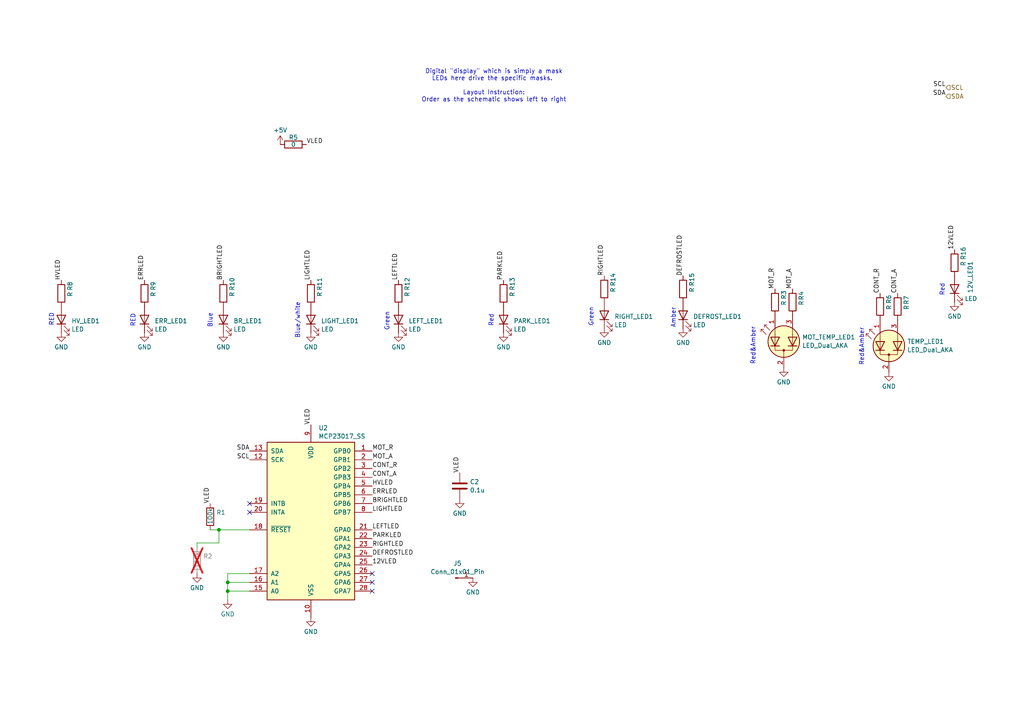
<source format=kicad_sch>
(kicad_sch (version 20231120) (generator "eeschema") (generator_version "8.0")
  (paper "A4")
  (lib_symbols
    (symbol "Connector:Conn_01x01_Pin" (pin_names (offset 1.016) hide)
      (property "Reference" "J" (at 0 2.54 0))
      (property "Value" "Conn_01x01_Pin" (at 0 -2.54 0))
      (symbol "Conn_01x01_Pin_1_1"
        (polyline (pts (xy 1.27 0) (xy 0.8636 0)) (stroke (width 0.1524)))
        (rectangle (start 0.8636 0.127) (end 0 -0.127) (stroke (width 0.1524)) (fill (type outline)))
        (pin passive line (at 5.08 0 180) (length 3.81) (name "Pin_1") (number "1"))
      )
    )
    (symbol "Device:C" (pin_numbers hide) (pin_names (offset 0.254))
      (property "Reference" "C" (at 0.635 2.54 0))
      (property "Value" "C" (at 0.635 -2.54 0))
      (symbol "C_0_1"
        (polyline (pts (xy -2.032 -0.762) (xy 2.032 -0.762)) (stroke (width 0.508)))
        (polyline (pts (xy -2.032 0.762) (xy 2.032 0.762)) (stroke (width 0.508)))
      )
      (symbol "C_1_1"
        (pin passive line (at 0 3.81 270) (length 2.794) (name "~") (number "1"))
        (pin passive line (at 0 -3.81 90) (length 2.794) (name "~") (number "2"))
      )
    )
    (symbol "Device:LED" (pin_numbers hide) (pin_names (offset 1.016) hide)
      (property "Reference" "D" (at 0 2.54 0))
      (property "Value" "LED" (at 0 -2.54 0))
      (symbol "LED_0_1"
        (polyline (pts (xy -1.27 -1.27) (xy -1.27 1.27)) (stroke (width 0.254)))
        (polyline (pts (xy -1.27 0) (xy 1.27 0)))
        (polyline (pts (xy 1.27 -1.27) (xy 1.27 1.27) (xy -1.27 0) (xy 1.27 -1.27)) (stroke (width 0.254)))
        (polyline (pts (xy -3.048 -0.762) (xy -4.572 -2.286) (xy -3.81 -2.286) (xy -4.572 -2.286) (xy -4.572 -1.524)))
        (polyline (pts (xy -1.778 -0.762) (xy -3.302 -2.286) (xy -2.54 -2.286) (xy -3.302 -2.286) (xy -3.302 -1.524)))
      )
      (symbol "LED_1_1"
        (pin passive line (at -3.81 0 0) (length 2.54) (name "K") (number "1"))
        (pin passive line (at 3.81 0 180) (length 2.54) (name "A") (number "2"))
      )
    )
    (symbol "Device:LED_Dual_AKA" (pin_names (offset 0) hide)
      (property "Reference" "D" (at 0 5.715 0))
      (property "Value" "LED_Dual_AKA" (at 0 -6.35 0))
      (symbol "LED_Dual_AKA_0_1"
        (circle (center -2.54 0) (radius 0.2794) (fill (type outline)))
        (polyline (pts (xy -4.572 0) (xy -2.54 0)))
        (polyline (pts (xy -1.27 -1.27) (xy -1.27 -3.81)) (stroke (width 0.254)))
        (polyline (pts (xy -1.27 1.27) (xy -1.27 3.81)) (stroke (width 0.254)))
        (polyline (pts (xy 3.81 -2.54) (xy 1.905 -2.54)))
        (polyline (pts (xy 3.81 2.54) (xy 1.905 2.54)))
        (polyline (pts (xy 1.27 -3.81) (xy 1.27 -1.27) (xy -1.27 -2.54) (xy 1.27 -3.81)) (stroke (width 0.254)))
        (polyline (pts (xy 1.27 1.27) (xy 1.27 3.81) (xy -1.27 2.54) (xy 1.27 1.27)) (stroke (width 0.254)))
        (polyline (pts (xy 2.032 2.54) (xy -2.54 2.54) (xy -2.54 -2.54) (xy 2.032 -2.54)))
        (polyline (pts (xy 2.032 5.08) (xy 3.556 6.604) (xy 2.794 6.604) (xy 3.556 6.604) (xy 3.556 5.842)))
        (polyline (pts (xy 3.302 4.064) (xy 4.826 5.588) (xy 4.064 5.588) (xy 4.826 5.588) (xy 4.826 4.826)))
        (circle (center 0 0) (radius 4.572) (stroke (width 0.254)) (fill (type background)))
      )
      (symbol "LED_Dual_AKA_1_1"
        (pin input line (at 7.62 2.54 180) (length 3.81) (name "A1") (number "1"))
        (pin input line (at -7.62 0 0) (length 3.048) (name "K") (number "2"))
        (pin input line (at 7.62 -2.54 180) (length 3.81) (name "A2") (number "3"))
      )
    )
    (symbol "Device:R" (pin_numbers hide) (pin_names (offset 0))
      (property "Reference" "R" (at 2.032 0 90))
      (property "Value" "R" (at 0 0 90))
      (symbol "R_0_1"
        (rectangle (start -1.016 -2.54) (end 1.016 2.54) (stroke (width 0.254)))
      )
      (symbol "R_1_1"
        (pin passive line (at 0 3.81 270) (length 1.27) (name "~") (number "1"))
        (pin passive line (at 0 -3.81 90) (length 1.27) (name "~") (number "2"))
      )
    )
    (symbol "Interface_Expansion:MCP23017_SS" (pin_names (offset 1.016))
      (property "Reference" "U" (at -11.43 24.13 0))
      (property "Value" "MCP23017_SS" (at 0 0 0))
      (symbol "MCP23017_SS_0_1"
        (rectangle (start -12.7 22.86) (end 12.7 -22.86) (stroke (width 0.254)) (fill (type background)))
      )
      (symbol "MCP23017_SS_1_1"
        (pin bidirectional line (at 17.78 20.32 180) (length 5.08) (name "GPB0") (number "1"))
        (pin power_in line (at 0 -27.94 90) (length 5.08) (name "VSS") (number "10"))
        (pin no_connect line (at -12.7 15.24 0) (length 5.08) hide (name "NC") (number "11"))
        (pin input line (at -17.78 17.78 0) (length 5.08) (name "SCK") (number "12"))
        (pin bidirectional line (at -17.78 20.32 0) (length 5.08) (name "SDA") (number "13"))
        (pin no_connect line (at -12.7 12.7 0) (length 5.08) hide (name "NC") (number "14"))
        (pin input line (at -17.78 -20.32 0) (length 5.08) (name "A0") (number "15"))
        (pin input line (at -17.78 -17.78 0) (length 5.08) (name "A1") (number "16"))
        (pin input line (at -17.78 -15.24 0) (length 5.08) (name "A2") (number "17"))
        (pin input line (at -17.78 -2.54 0) (length 5.08) (name "~{RESET}") (number "18"))
        (pin tri_state line (at -17.78 5.08 0) (length 5.08) (name "INTB") (number "19"))
        (pin bidirectional line (at 17.78 17.78 180) (length 5.08) (name "GPB1") (number "2"))
        (pin tri_state line (at -17.78 2.54 0) (length 5.08) (name "INTA") (number "20"))
        (pin bidirectional line (at 17.78 -2.54 180) (length 5.08) (name "GPA0") (number "21"))
        (pin bidirectional line (at 17.78 -5.08 180) (length 5.08) (name "GPA1") (number "22"))
        (pin bidirectional line (at 17.78 -7.62 180) (length 5.08) (name "GPA2") (number "23"))
        (pin bidirectional line (at 17.78 -10.16 180) (length 5.08) (name "GPA3") (number "24"))
        (pin bidirectional line (at 17.78 -12.7 180) (length 5.08) (name "GPA4") (number "25"))
        (pin bidirectional line (at 17.78 -15.24 180) (length 5.08) (name "GPA5") (number "26"))
        (pin bidirectional line (at 17.78 -17.78 180) (length 5.08) (name "GPA6") (number "27"))
        (pin bidirectional line (at 17.78 -20.32 180) (length 5.08) (name "GPA7") (number "28"))
        (pin bidirectional line (at 17.78 15.24 180) (length 5.08) (name "GPB2") (number "3"))
        (pin bidirectional line (at 17.78 12.7 180) (length 5.08) (name "GPB3") (number "4"))
        (pin bidirectional line (at 17.78 10.16 180) (length 5.08) (name "GPB4") (number "5"))
        (pin bidirectional line (at 17.78 7.62 180) (length 5.08) (name "GPB5") (number "6"))
        (pin bidirectional line (at 17.78 5.08 180) (length 5.08) (name "GPB6") (number "7"))
        (pin bidirectional line (at 17.78 2.54 180) (length 5.08) (name "GPB7") (number "8"))
        (pin power_in line (at 0 27.94 270) (length 5.08) (name "VDD") (number "9"))
      )
    )
    (symbol "power:+5V" (power) (pin_numbers hide) (pin_names (offset 0) hide)
      (property "Value" "+5V" (at 0 3.556 0))
      (symbol "+5V_0_1"
        (polyline (pts (xy -0.762 1.27) (xy 0 2.54)))
        (polyline (pts (xy 0 0) (xy 0 2.54)))
        (polyline (pts (xy 0 2.54) (xy 0.762 1.27)))
      )
      (symbol "+5V_1_1"
        (pin power_in line (at 0 0 90) (length 0) (name "~") (number "1"))
      )
    )
    (symbol "power:GND" (power) (pin_numbers hide) (pin_names (offset 0) hide)
      (property "Value" "GND" (at 0 -3.81 0))
      (symbol "GND_0_1"
        (polyline (pts (xy 0 0) (xy 0 -1.27) (xy 1.27 -1.27) (xy 0 -2.54) (xy -1.27 -1.27) (xy 0 -1.27)))
      )
      (symbol "GND_1_1"
        (pin power_in line (at 0 0 270) (length 0) (name "~") (number "1"))
      )
    )
  )
  (junction (at 66.04 168.91))
  (junction (at 63.5 153.67))
  (junction (at 66.04 171.45))
  (no_connect (at 72.39 148.59))
  (no_connect (at 107.95 166.37))
  (no_connect (at 72.39 146.05))
  (no_connect (at 107.95 168.91))
  (no_connect (at 107.95 171.45))
  (wire (pts (xy 60.96 153.67) (xy 63.5 153.67)))
  (wire (pts (xy 66.04 168.91) (xy 66.04 166.37)))
  (wire (pts (xy 63.5 153.67) (xy 72.39 153.67)))
  (wire (pts (xy 66.04 171.45) (xy 72.39 171.45)))
  (wire (pts (xy 66.04 166.37) (xy 72.39 166.37)))
  (wire (pts (xy 66.04 173.99) (xy 66.04 171.45)))
  (wire (pts (xy 57.15 157.48) (xy 63.5 157.48)))
  (wire (pts (xy 57.15 158.75) (xy 57.15 157.48)))
  (wire (pts (xy 66.04 171.45) (xy 66.04 168.91)))
  (wire (pts (xy 63.5 157.48) (xy 63.5 153.67)))
  (wire (pts (xy 66.04 168.91) (xy 72.39 168.91)))
  (text "Digital \"display\" which is simply a mask\nLEDs here drive the specific masks. \n\nLayout Instruction:\nOrder as the schematic shows left to right" (at 143.256 24.892 0) (effects (font (size 1.27 1.27))))
  (text "Red" (at 273.304 84.074 90) (effects (font (size 1.27 1.27))))
  (text "Blue/white" (at 86.36 92.964 90) (effects (font (size 1.27 1.27))))
  (text "Amber" (at 195.326 92.202 90) (effects (font (size 1.27 1.27))))
  (text "Red" (at 142.494 92.964 90) (effects (font (size 1.27 1.27))))
  (text "Red&Amber" (at 218.44 100.33 90) (effects (font (size 1.27 1.27))))
  (text "Green" (at 112.268 93.218 90) (effects (font (size 1.27 1.27))))
  (text "Red&Amber" (at 249.936 100.584 90) (effects (font (size 1.27 1.27))))
  (text "Green" (at 171.45 91.948 90) (effects (font (size 1.27 1.27))))
  (text "RED" (at 14.986 92.71 90) (effects (font (size 1.27 1.27))))
  (text "RED" (at 38.608 92.964 90) (effects (font (size 1.27 1.27))))
  (text "Blue" (at 60.96 92.964 90) (effects (font (size 1.27 1.27))))
  (label "DEFROSTLED" (at 107.95 161.29 0))
  (label "SDA" (at 72.39 130.81 180))
  (label "LEFTLED" (at 107.95 153.67 0))
  (label "ERRLED" (at 41.91 81.28 90))
  (label "ERRLED" (at 107.95 143.51 0))
  (label "SDA" (at 274.32 27.94 180))
  (label "LIGHTLED" (at 90.17 81.28 90))
  (label "VLED" (at 60.96 146.05 90))
  (label "CONT_R" (at 107.95 135.89 0))
  (label "12VLED" (at 276.86 72.39 90))
  (label "CONT_R" (at 255.27 85.09 90))
  (label "VLED" (at 133.35 137.16 90))
  (label "HVLED" (at 17.78 81.28 90))
  (label "PARKLED" (at 146.05 81.28 90))
  (label "CONT_A" (at 107.95 138.43 0))
  (label "DEFROSTLED" (at 198.12 80.01 90))
  (label "VLED" (at 90.17 123.19 90))
  (label "RIGHTLED" (at 107.95 158.75 0))
  (label "HVLED" (at 107.95 140.97 0))
  (label "PARKLED" (at 107.95 156.21 0))
  (label "SCL" (at 72.39 133.35 180))
  (label "CONT_A" (at 260.35 85.09 90))
  (label "LIGHTLED" (at 107.95 148.59 0))
  (label "MOT_R" (at 107.95 130.81 0))
  (label "BRIGHTLED" (at 64.77 81.28 90))
  (label "SCL" (at 274.32 25.4 180))
  (label "12VLED" (at 107.95 163.83 0))
  (label "MOT_R" (at 224.79 83.82 90))
  (label "BRIGHTLED" (at 107.95 146.05 0))
  (label "VLED" (at 88.9 41.91 0))
  (label "MOT_A" (at 107.95 133.35 0))
  (label "LEFTLED" (at 115.57 81.28 90))
  (label "MOT_A" (at 229.87 83.82 90))
  (label "RIGHTLED" (at 175.26 80.01 90))
  (hierarchical_label "SDA" (shape input) (at 274.32 27.94 0))
  (hierarchical_label "SCL" (shape input) (at 274.32 25.4 0))
  (symbol (lib_id "Device:LED") (at 90.17 92.71 90) (unit 1)
    (property "Reference" "LIGHT_LED1" (at 93.091 93.0853 90) (effects (justify right)))
    (property "Value" "LED" (at 93.091 95.5096 90) (effects (justify right)))
    (property "Description" "Light emitting diode" (effects (hide yes)))
  )
  (symbol (lib_id "power:GND") (at 90.17 179.07 0) (unit 1)
    (property "Reference" "#PWR010" (effects (hide yes)))
    (property "Value" "GND" (at 90.17 183.2031 0))
    (property "Description" "Power symbol creates a global label with name \"GND\" , ground" (effects (hide yes)))
  )
  (symbol (lib_id "power:GND") (at 137.16 167.64 0) (unit 1)
    (property "Reference" "#PWR07" (effects (hide yes)))
    (property "Value" "GND" (at 137.16 171.7731 0))
    (property "Description" "Power symbol creates a global label with name \"GND\" , ground" (effects (hide yes)))
  )
  (symbol (lib_id "Device:R") (at 64.77 85.09 0) (unit 1)
    (property "Reference" "R10" (at 67.31 84.328 90) (effects (justify left)))
    (property "Value" "R" (at 67.31 86.106 90) (effects (justify left)))
    (property "Footprint" "Resistor_SMD:R_0402_1005Metric_Pad0.72x0.64mm_HandSolder" (effects (hide yes)))
    (property "Description" "Resistor" (effects (hide yes)))
  )
  (symbol (lib_id "Device:R") (at 198.12 83.82 0) (unit 1)
    (property "Reference" "R15" (at 200.66 83.058 90) (effects (justify left)))
    (property "Value" "R" (at 200.66 84.836 90) (effects (justify left)))
    (property "Footprint" "Resistor_SMD:R_0402_1005Metric_Pad0.72x0.64mm_HandSolder" (effects (hide yes)))
    (property "Description" "Resistor" (effects (hide yes)))
  )
  (symbol (lib_id "Device:LED") (at 17.78 92.71 90) (unit 1)
    (property "Reference" "HV_LED1" (at 20.701 93.0853 90) (effects (justify right)))
    (property "Value" "LED" (at 20.701 95.5096 90) (effects (justify right)))
    (property "Description" "Light emitting diode" (effects (hide yes)))
  )
  (symbol (lib_id "Device:R") (at 41.91 85.09 0) (unit 1)
    (property "Reference" "R9" (at 44.45 84.328 90) (effects (justify left)))
    (property "Value" "R" (at 44.45 86.106 90) (effects (justify left)))
    (property "Footprint" "Resistor_SMD:R_0402_1005Metric_Pad0.72x0.64mm_HandSolder" (effects (hide yes)))
    (property "Description" "Resistor" (effects (hide yes)))
  )
  (symbol (lib_id "Device:R") (at 146.05 85.09 0) (unit 1)
    (property "Reference" "R13" (at 148.59 84.328 90) (effects (justify left)))
    (property "Value" "R" (at 148.59 86.106 90) (effects (justify left)))
    (property "Footprint" "Resistor_SMD:R_0402_1005Metric_Pad0.72x0.64mm_HandSolder" (effects (hide yes)))
    (property "Description" "Resistor" (effects (hide yes)))
  )
  (symbol (lib_id "Device:R") (at 115.57 85.09 0) (unit 1)
    (property "Reference" "R12" (at 118.11 84.328 90) (effects (justify left)))
    (property "Value" "R" (at 118.11 86.106 90) (effects (justify left)))
    (property "Footprint" "Resistor_SMD:R_0402_1005Metric_Pad0.72x0.64mm_HandSolder" (effects (hide yes)))
    (property "Description" "Resistor" (effects (hide yes)))
  )
  (symbol (lib_id "Device:LED_Dual_AKA") (at 257.81 100.33 90) (unit 1)
    (property "Reference" "TEMP_LED1" (at 263.144 99.0543 90) (effects (justify right)))
    (property "Value" "LED_Dual_AKA" (at 263.144 101.4786 90) (effects (justify right)))
    (property "Description" "SSL-LX3059IYW" (effects (hide yes)))
  )
  (symbol (lib_id "power:GND") (at 57.15 166.37 0) (unit 1)
    (property "Reference" "#PWR012" (effects (hide yes)))
    (property "Value" "GND" (at 57.15 170.5031 0))
    (property "Description" "Power symbol creates a global label with name \"GND\" , ground" (effects (hide yes)))
  )
  (symbol (lib_id "Device:R") (at 260.35 88.9 0) (unit 1)
    (property "Reference" "R7" (at 262.89 88.392 90) (effects (justify left)))
    (property "Value" "R" (at 262.89 89.916 90) (effects (justify left)))
    (property "Footprint" "Resistor_SMD:R_0402_1005Metric_Pad0.72x0.64mm_HandSolder" (effects (hide yes)))
    (property "Description" "Resistor" (effects (hide yes)))
  )
  (symbol (lib_id "Device:LED") (at 198.12 91.44 90) (unit 1)
    (property "Reference" "DEFROST_LED1" (at 201.041 91.8153 90) (effects (justify right)))
    (property "Value" "LED" (at 201.041 94.2396 90) (effects (justify right)))
    (property "Description" "Light emitting diode" (effects (hide yes)))
  )
  (symbol (lib_id "power:GND") (at 66.04 173.99 0) (unit 1)
    (property "Reference" "#PWR09" (effects (hide yes)))
    (property "Value" "GND" (at 66.04 178.1231 0))
    (property "Description" "Power symbol creates a global label with name \"GND\" , ground" (effects (hide yes)))
  )
  (symbol (lib_id "Device:LED") (at 175.26 91.44 90) (unit 1)
    (property "Reference" "RIGHT_LED1" (at 178.181 91.8153 90) (effects (justify right)))
    (property "Value" "LED" (at 178.181 94.2396 90) (effects (justify right)))
    (property "Description" "Light emitting diode" (effects (hide yes)))
  )
  (symbol (lib_id "power:GND") (at 276.86 87.63 0) (unit 1)
    (property "Reference" "#PWR014" (effects (hide yes)))
    (property "Value" "GND" (at 276.86 91.7631 0))
    (property "Description" "Power symbol creates a global label with name \"GND\" , ground" (effects (hide yes)))
  )
  (symbol (lib_id "Device:LED_Dual_AKA") (at 227.33 99.06 90) (unit 1)
    (property "Reference" "MOT_TEMP_LED1" (at 232.664 97.7843 90) (effects (justify right)))
    (property "Value" "LED_Dual_AKA" (at 232.664 100.2086 90) (effects (justify right)))
    (property "Description" "SSL-LX3059IYW" (effects (hide yes)))
  )
  (symbol (lib_id "Device:R") (at 57.15 162.56 0) (unit 1) (dnp yes)
    (property "Reference" "R2" (at 58.928 161.3478 0) (effects (justify left)))
    (property "Value" "100k" (at 57.15 164.846 90) (effects (justify left)))
    (property "Footprint" "Resistor_SMD:R_0402_1005Metric_Pad0.72x0.64mm_HandSolder" (effects (hide yes)))
    (property "Description" "Resistor" (effects (hide yes)))
  )
  (symbol (lib_id "Connector:Conn_01x01_Pin") (at 132.08 167.64 0) (unit 1)
    (property "Reference" "J5" (at 132.715 163.4193 0))
    (property "Value" "Conn_01x01_Pin" (at 132.715 165.8436 0))
    (property "Footprint" "Library:DigitalSegment" (effects (hide yes)))
    (property "Description" "Generic connector, single row, 01x01, script generated" (effects (hide yes)))
  )
  (symbol (lib_id "power:GND") (at 17.78 96.52 0) (unit 1)
    (property "Reference" "#PWR022" (effects (hide yes)))
    (property "Value" "GND" (at 17.78 100.6531 0))
    (property "Description" "Power symbol creates a global label with name \"GND\" , ground" (effects (hide yes)))
  )
  (symbol (lib_id "Device:R") (at 90.17 85.09 0) (unit 1)
    (property "Reference" "R11" (at 92.71 84.328 90) (effects (justify left)))
    (property "Value" "R" (at 92.71 86.106 90) (effects (justify left)))
    (property "Footprint" "Resistor_SMD:R_0402_1005Metric_Pad0.72x0.64mm_HandSolder" (effects (hide yes)))
    (property "Description" "Resistor" (effects (hide yes)))
  )
  (symbol (lib_id "Device:R") (at 255.27 88.9 0) (unit 1)
    (property "Reference" "R6" (at 257.81 88.138 90) (effects (justify left)))
    (property "Value" "R" (at 257.81 89.916 90) (effects (justify left)))
    (property "Footprint" "Resistor_SMD:R_0402_1005Metric_Pad0.72x0.64mm_HandSolder" (effects (hide yes)))
    (property "Description" "Resistor" (effects (hide yes)))
  )
  (symbol (lib_id "Device:LED") (at 41.91 92.71 90) (unit 1)
    (property "Reference" "ERR_LED1" (at 44.831 93.0853 90) (effects (justify right)))
    (property "Value" "LED" (at 44.831 95.5096 90) (effects (justify right)))
    (property "Description" "Light emitting diode" (effects (hide yes)))
  )
  (symbol (lib_id "Device:R") (at 17.78 85.09 0) (unit 1)
    (property "Reference" "R8" (at 20.32 84.328 90) (effects (justify left)))
    (property "Value" "R" (at 20.32 86.106 90) (effects (justify left)))
    (property "Footprint" "Resistor_SMD:R_0402_1005Metric_Pad0.72x0.64mm_HandSolder" (effects (hide yes)))
    (property "Description" "Resistor" (effects (hide yes)))
  )
  (symbol (lib_id "Device:C") (at 133.35 140.97 0) (unit 1)
    (property "Reference" "C2" (at 136.271 139.7578 0) (effects (justify left)))
    (property "Value" "0.1u" (at 136.271 142.1821 0) (effects (justify left)))
    (property "Footprint" "Capacitor_SMD:C_0402_1005Metric_Pad0.74x0.62mm_HandSolder" (effects (hide yes)))
    (property "Description" "Unpolarized capacitor" (effects (hide yes)))
  )
  (symbol (lib_id "power:GND") (at 257.81 107.95 0) (unit 1)
    (property "Reference" "#PWR013" (effects (hide yes)))
    (property "Value" "GND" (at 257.81 112.0831 0))
    (property "Description" "Power symbol creates a global label with name \"GND\" , ground" (effects (hide yes)))
  )
  (symbol (lib_id "power:GND") (at 41.91 96.52 0) (unit 1)
    (property "Reference" "#PWR021" (effects (hide yes)))
    (property "Value" "GND" (at 41.91 100.6531 0))
    (property "Description" "Power symbol creates a global label with name \"GND\" , ground" (effects (hide yes)))
  )
  (symbol (lib_id "Device:LED") (at 115.57 92.71 90) (unit 1)
    (property "Reference" "LEFT_LED1" (at 118.491 93.0853 90) (effects (justify right)))
    (property "Value" "LED" (at 118.491 95.5096 90) (effects (justify right)))
    (property "Description" "Light emitting diode" (effects (hide yes)))
  )
  (symbol (lib_id "Device:R") (at 85.09 41.91 90) (unit 1)
    (property "Reference" "R5" (at 85.09 39.878 90))
    (property "Value" "0" (at 85.09 41.91 90))
    (property "Footprint" "Resistor_SMD:R_0402_1005Metric_Pad0.72x0.64mm_HandSolder" (effects (hide yes)))
    (property "Description" "Resistor" (effects (hide yes)))
  )
  (symbol (lib_id "Device:R") (at 224.79 87.63 0) (unit 1)
    (property "Reference" "R3" (at 227.33 86.868 90) (effects (justify left)))
    (property "Value" "R" (at 227.33 88.646 90) (effects (justify left)))
    (property "Footprint" "Resistor_SMD:R_0402_1005Metric_Pad0.72x0.64mm_HandSolder" (effects (hide yes)))
    (property "Description" "Resistor" (effects (hide yes)))
  )
  (symbol (lib_id "power:GND") (at 133.35 144.78 0) (unit 1)
    (property "Reference" "#PWR011" (effects (hide yes)))
    (property "Value" "GND" (at 133.35 148.9131 0))
    (property "Description" "Power symbol creates a global label with name \"GND\" , ground" (effects (hide yes)))
  )
  (symbol (lib_id "Device:R") (at 175.26 83.82 0) (unit 1)
    (property "Reference" "R14" (at 177.8 83.058 90) (effects (justify left)))
    (property "Value" "R" (at 177.8 84.836 90) (effects (justify left)))
    (property "Footprint" "Resistor_SMD:R_0402_1005Metric_Pad0.72x0.64mm_HandSolder" (effects (hide yes)))
    (property "Description" "Resistor" (effects (hide yes)))
  )
  (symbol (lib_id "power:GND") (at 175.26 95.25 0) (unit 1)
    (property "Reference" "#PWR016" (effects (hide yes)))
    (property "Value" "GND" (at 175.26 99.3831 0))
    (property "Description" "Power symbol creates a global label with name \"GND\" , ground" (effects (hide yes)))
  )
  (symbol (lib_id "power:GND") (at 64.77 96.52 0) (unit 1)
    (property "Reference" "#PWR020" (effects (hide yes)))
    (property "Value" "GND" (at 64.77 100.6531 0))
    (property "Description" "Power symbol creates a global label with name \"GND\" , ground" (effects (hide yes)))
  )
  (symbol (lib_id "power:GND") (at 90.17 96.52 0) (unit 1)
    (property "Reference" "#PWR019" (effects (hide yes)))
    (property "Value" "GND" (at 90.17 100.6531 0))
    (property "Description" "Power symbol creates a global label with name \"GND\" , ground" (effects (hide yes)))
  )
  (symbol (lib_id "Device:R") (at 229.87 87.63 0) (unit 1)
    (property "Reference" "R4" (at 232.41 87.122 90) (effects (justify left)))
    (property "Value" "R" (at 232.41 88.646 90) (effects (justify left)))
    (property "Footprint" "Resistor_SMD:R_0402_1005Metric_Pad0.72x0.64mm_HandSolder" (effects (hide yes)))
    (property "Description" "Resistor" (effects (hide yes)))
  )
  (symbol (lib_id "power:GND") (at 115.57 96.52 0) (unit 1)
    (property "Reference" "#PWR018" (effects (hide yes)))
    (property "Value" "GND" (at 115.57 100.6531 0))
    (property "Description" "Power symbol creates a global label with name \"GND\" , ground" (effects (hide yes)))
  )
  (symbol (lib_id "power:GND") (at 198.12 95.25 0) (unit 1)
    (property "Reference" "#PWR015" (effects (hide yes)))
    (property "Value" "GND" (at 198.12 99.3831 0))
    (property "Description" "Power symbol creates a global label with name \"GND\" , ground" (effects (hide yes)))
  )
  (symbol (lib_id "Device:LED") (at 146.05 92.71 90) (unit 1)
    (property "Reference" "PARK_LED1" (at 148.971 93.0853 90) (effects (justify right)))
    (property "Value" "LED" (at 148.971 95.5096 90) (effects (justify right)))
    (property "Description" "Light emitting diode" (effects (hide yes)))
  )
  (symbol (lib_id "Device:LED") (at 276.86 83.82 90) (unit 1)
    (property "Reference" "12V_LED1" (at 281.432 75.692 0) (effects (justify right)))
    (property "Value" "LED" (at 279.781 86.6196 90) (effects (justify right)))
    (property "Description" "Light emitting diode" (effects (hide yes)))
  )
  (symbol (lib_id "Interface_Expansion:MCP23017_SS") (at 90.17 151.13 0) (unit 1)
    (property "Reference" "U2" (at 92.3641 124.1255 0) (effects (justify left)))
    (property "Value" "MCP23017_SS" (at 92.3641 126.5498 0) (effects (justify left)))
    (property "Footprint" "Package_SO:SSOP-28_5.3x10.2mm_P0.65mm" (effects (hide yes)))
    (property "Datasheet" "http://ww1.microchip.com/downloads/en/DeviceDoc/20001952C.pdf" (effects (hide yes)))
    (property "Description" "16-bit I/O expander, I2C, interrupts, w pull-ups, SSOP-28" (effects (hide yes)))
  )
  (symbol (lib_id "Device:R") (at 60.96 149.86 0) (unit 1)
    (property "Reference" "R1" (at 62.738 148.6478 0) (effects (justify left)))
    (property "Value" "100k" (at 60.96 152.146 90) (effects (justify left)))
    (property "Footprint" "Resistor_SMD:R_0402_1005Metric_Pad0.72x0.64mm_HandSolder" (effects (hide yes)))
    (property "Description" "Resistor" (effects (hide yes)))
  )
  (symbol (lib_id "power:+5V") (at 81.28 41.91 0) (unit 1)
    (property "Reference" "#PWR08" (effects (hide yes)))
    (property "Value" "+5V" (at 81.28 37.7769 0))
    (property "Description" "Power symbol creates a global label with name \"+5V\"" (effects (hide yes)))
  )
  (symbol (lib_id "power:GND") (at 227.33 106.68 0) (unit 1)
    (property "Reference" "#PWR023" (effects (hide yes)))
    (property "Value" "GND" (at 227.33 110.8131 0))
    (property "Description" "Power symbol creates a global label with name \"GND\" , ground" (effects (hide yes)))
  )
  (symbol (lib_id "Device:LED") (at 64.77 92.71 90) (unit 1)
    (property "Reference" "BR_LED1" (at 67.691 93.0853 90) (effects (justify right)))
    (property "Value" "LED" (at 67.691 95.5096 90) (effects (justify right)))
    (property "Description" "Light emitting diode" (effects (hide yes)))
  )
  (symbol (lib_id "Device:R") (at 276.86 76.2 0) (unit 1)
    (property "Reference" "R16" (at 279.4 75.438 90) (effects (justify left)))
    (property "Value" "R" (at 279.4 77.216 90) (effects (justify left)))
    (property "Footprint" "Resistor_SMD:R_0402_1005Metric_Pad0.72x0.64mm_HandSolder" (effects (hide yes)))
    (property "Description" "Resistor" (effects (hide yes)))
  )
  (symbol (lib_id "power:GND") (at 146.05 96.52 0) (unit 1)
    (property "Reference" "#PWR017" (effects (hide yes)))
    (property "Value" "GND" (at 146.05 100.6531 0))
    (property "Description" "Power symbol creates a global label with name \"GND\" , ground" (effects (hide yes)))
  )
)
</source>
